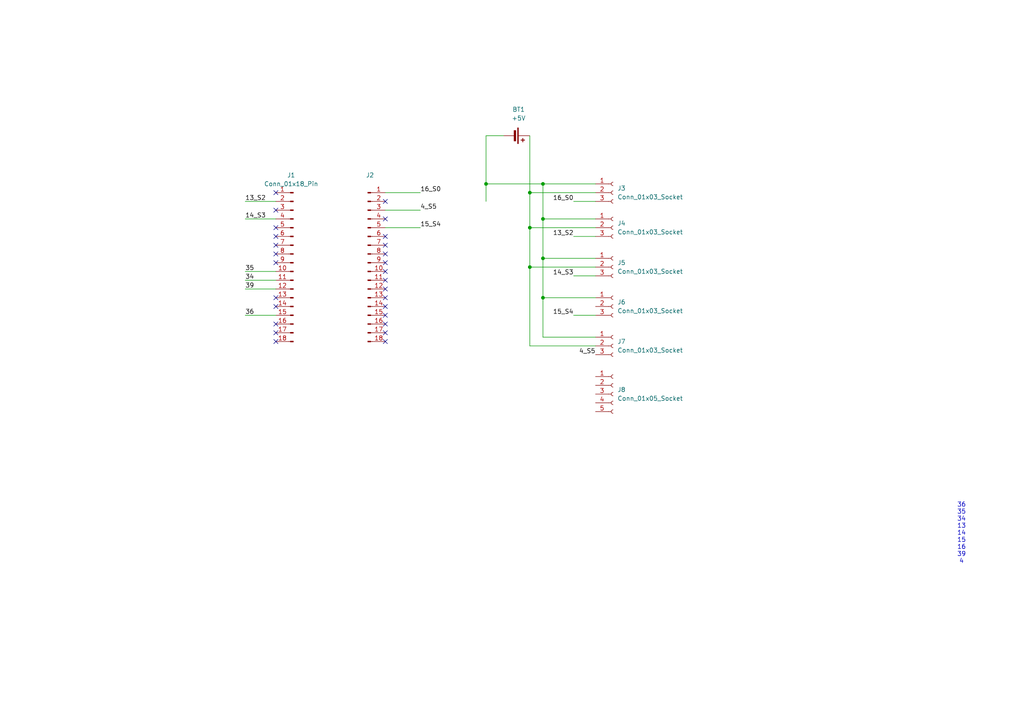
<source format=kicad_sch>
(kicad_sch
	(version 20231120)
	(generator "eeschema")
	(generator_version "8.0")
	(uuid "89b969ca-cc58-4060-8a32-812d2d7c047c")
	(paper "A4")
	(lib_symbols
		(symbol "Connector:Conn_01x03_Socket"
			(pin_names
				(offset 1.016) hide)
			(exclude_from_sim no)
			(in_bom yes)
			(on_board yes)
			(property "Reference" "J"
				(at 0 5.08 0)
				(effects
					(font
						(size 1.27 1.27)
					)
				)
			)
			(property "Value" "Conn_01x03_Socket"
				(at 0 -5.08 0)
				(effects
					(font
						(size 1.27 1.27)
					)
				)
			)
			(property "Footprint" ""
				(at 0 0 0)
				(effects
					(font
						(size 1.27 1.27)
					)
					(hide yes)
				)
			)
			(property "Datasheet" "~"
				(at 0 0 0)
				(effects
					(font
						(size 1.27 1.27)
					)
					(hide yes)
				)
			)
			(property "Description" "Generic connector, single row, 01x03, script generated"
				(at 0 0 0)
				(effects
					(font
						(size 1.27 1.27)
					)
					(hide yes)
				)
			)
			(property "ki_locked" ""
				(at 0 0 0)
				(effects
					(font
						(size 1.27 1.27)
					)
				)
			)
			(property "ki_keywords" "connector"
				(at 0 0 0)
				(effects
					(font
						(size 1.27 1.27)
					)
					(hide yes)
				)
			)
			(property "ki_fp_filters" "Connector*:*_1x??_*"
				(at 0 0 0)
				(effects
					(font
						(size 1.27 1.27)
					)
					(hide yes)
				)
			)
			(symbol "Conn_01x03_Socket_1_1"
				(arc
					(start 0 -2.032)
					(mid -0.5058 -2.54)
					(end 0 -3.048)
					(stroke
						(width 0.1524)
						(type default)
					)
					(fill
						(type none)
					)
				)
				(polyline
					(pts
						(xy -1.27 -2.54) (xy -0.508 -2.54)
					)
					(stroke
						(width 0.1524)
						(type default)
					)
					(fill
						(type none)
					)
				)
				(polyline
					(pts
						(xy -1.27 0) (xy -0.508 0)
					)
					(stroke
						(width 0.1524)
						(type default)
					)
					(fill
						(type none)
					)
				)
				(polyline
					(pts
						(xy -1.27 2.54) (xy -0.508 2.54)
					)
					(stroke
						(width 0.1524)
						(type default)
					)
					(fill
						(type none)
					)
				)
				(arc
					(start 0 0.508)
					(mid -0.5058 0)
					(end 0 -0.508)
					(stroke
						(width 0.1524)
						(type default)
					)
					(fill
						(type none)
					)
				)
				(arc
					(start 0 3.048)
					(mid -0.5058 2.54)
					(end 0 2.032)
					(stroke
						(width 0.1524)
						(type default)
					)
					(fill
						(type none)
					)
				)
				(pin passive line
					(at -5.08 2.54 0)
					(length 3.81)
					(name "Pin_1"
						(effects
							(font
								(size 1.27 1.27)
							)
						)
					)
					(number "1"
						(effects
							(font
								(size 1.27 1.27)
							)
						)
					)
				)
				(pin passive line
					(at -5.08 0 0)
					(length 3.81)
					(name "Pin_2"
						(effects
							(font
								(size 1.27 1.27)
							)
						)
					)
					(number "2"
						(effects
							(font
								(size 1.27 1.27)
							)
						)
					)
				)
				(pin passive line
					(at -5.08 -2.54 0)
					(length 3.81)
					(name "Pin_3"
						(effects
							(font
								(size 1.27 1.27)
							)
						)
					)
					(number "3"
						(effects
							(font
								(size 1.27 1.27)
							)
						)
					)
				)
			)
		)
		(symbol "Connector:Conn_01x05_Socket"
			(pin_names
				(offset 1.016) hide)
			(exclude_from_sim no)
			(in_bom yes)
			(on_board yes)
			(property "Reference" "J"
				(at 0 7.62 0)
				(effects
					(font
						(size 1.27 1.27)
					)
				)
			)
			(property "Value" "Conn_01x05_Socket"
				(at 0 -7.62 0)
				(effects
					(font
						(size 1.27 1.27)
					)
				)
			)
			(property "Footprint" ""
				(at 0 0 0)
				(effects
					(font
						(size 1.27 1.27)
					)
					(hide yes)
				)
			)
			(property "Datasheet" "~"
				(at 0 0 0)
				(effects
					(font
						(size 1.27 1.27)
					)
					(hide yes)
				)
			)
			(property "Description" "Generic connector, single row, 01x05, script generated"
				(at 0 0 0)
				(effects
					(font
						(size 1.27 1.27)
					)
					(hide yes)
				)
			)
			(property "ki_locked" ""
				(at 0 0 0)
				(effects
					(font
						(size 1.27 1.27)
					)
				)
			)
			(property "ki_keywords" "connector"
				(at 0 0 0)
				(effects
					(font
						(size 1.27 1.27)
					)
					(hide yes)
				)
			)
			(property "ki_fp_filters" "Connector*:*_1x??_*"
				(at 0 0 0)
				(effects
					(font
						(size 1.27 1.27)
					)
					(hide yes)
				)
			)
			(symbol "Conn_01x05_Socket_1_1"
				(arc
					(start 0 -4.572)
					(mid -0.5058 -5.08)
					(end 0 -5.588)
					(stroke
						(width 0.1524)
						(type default)
					)
					(fill
						(type none)
					)
				)
				(arc
					(start 0 -2.032)
					(mid -0.5058 -2.54)
					(end 0 -3.048)
					(stroke
						(width 0.1524)
						(type default)
					)
					(fill
						(type none)
					)
				)
				(polyline
					(pts
						(xy -1.27 -5.08) (xy -0.508 -5.08)
					)
					(stroke
						(width 0.1524)
						(type default)
					)
					(fill
						(type none)
					)
				)
				(polyline
					(pts
						(xy -1.27 -2.54) (xy -0.508 -2.54)
					)
					(stroke
						(width 0.1524)
						(type default)
					)
					(fill
						(type none)
					)
				)
				(polyline
					(pts
						(xy -1.27 0) (xy -0.508 0)
					)
					(stroke
						(width 0.1524)
						(type default)
					)
					(fill
						(type none)
					)
				)
				(polyline
					(pts
						(xy -1.27 2.54) (xy -0.508 2.54)
					)
					(stroke
						(width 0.1524)
						(type default)
					)
					(fill
						(type none)
					)
				)
				(polyline
					(pts
						(xy -1.27 5.08) (xy -0.508 5.08)
					)
					(stroke
						(width 0.1524)
						(type default)
					)
					(fill
						(type none)
					)
				)
				(arc
					(start 0 0.508)
					(mid -0.5058 0)
					(end 0 -0.508)
					(stroke
						(width 0.1524)
						(type default)
					)
					(fill
						(type none)
					)
				)
				(arc
					(start 0 3.048)
					(mid -0.5058 2.54)
					(end 0 2.032)
					(stroke
						(width 0.1524)
						(type default)
					)
					(fill
						(type none)
					)
				)
				(arc
					(start 0 5.588)
					(mid -0.5058 5.08)
					(end 0 4.572)
					(stroke
						(width 0.1524)
						(type default)
					)
					(fill
						(type none)
					)
				)
				(pin passive line
					(at -5.08 5.08 0)
					(length 3.81)
					(name "Pin_1"
						(effects
							(font
								(size 1.27 1.27)
							)
						)
					)
					(number "1"
						(effects
							(font
								(size 1.27 1.27)
							)
						)
					)
				)
				(pin passive line
					(at -5.08 2.54 0)
					(length 3.81)
					(name "Pin_2"
						(effects
							(font
								(size 1.27 1.27)
							)
						)
					)
					(number "2"
						(effects
							(font
								(size 1.27 1.27)
							)
						)
					)
				)
				(pin passive line
					(at -5.08 0 0)
					(length 3.81)
					(name "Pin_3"
						(effects
							(font
								(size 1.27 1.27)
							)
						)
					)
					(number "3"
						(effects
							(font
								(size 1.27 1.27)
							)
						)
					)
				)
				(pin passive line
					(at -5.08 -2.54 0)
					(length 3.81)
					(name "Pin_4"
						(effects
							(font
								(size 1.27 1.27)
							)
						)
					)
					(number "4"
						(effects
							(font
								(size 1.27 1.27)
							)
						)
					)
				)
				(pin passive line
					(at -5.08 -5.08 0)
					(length 3.81)
					(name "Pin_5"
						(effects
							(font
								(size 1.27 1.27)
							)
						)
					)
					(number "5"
						(effects
							(font
								(size 1.27 1.27)
							)
						)
					)
				)
			)
		)
		(symbol "Connector:Conn_01x18_Pin"
			(pin_names
				(offset 1.016) hide)
			(exclude_from_sim no)
			(in_bom yes)
			(on_board yes)
			(property "Reference" "J"
				(at 0 22.86 0)
				(effects
					(font
						(size 1.27 1.27)
					)
				)
			)
			(property "Value" "Conn_01x18_Pin"
				(at 0 -25.4 0)
				(effects
					(font
						(size 1.27 1.27)
					)
				)
			)
			(property "Footprint" ""
				(at 0 0 0)
				(effects
					(font
						(size 1.27 1.27)
					)
					(hide yes)
				)
			)
			(property "Datasheet" "~"
				(at 0 0 0)
				(effects
					(font
						(size 1.27 1.27)
					)
					(hide yes)
				)
			)
			(property "Description" "Generic connector, single row, 01x18, script generated"
				(at 0 0 0)
				(effects
					(font
						(size 1.27 1.27)
					)
					(hide yes)
				)
			)
			(property "ki_locked" ""
				(at 0 0 0)
				(effects
					(font
						(size 1.27 1.27)
					)
				)
			)
			(property "ki_keywords" "connector"
				(at 0 0 0)
				(effects
					(font
						(size 1.27 1.27)
					)
					(hide yes)
				)
			)
			(property "ki_fp_filters" "Connector*:*_1x??_*"
				(at 0 0 0)
				(effects
					(font
						(size 1.27 1.27)
					)
					(hide yes)
				)
			)
			(symbol "Conn_01x18_Pin_1_1"
				(polyline
					(pts
						(xy 1.27 -22.86) (xy 0.8636 -22.86)
					)
					(stroke
						(width 0.1524)
						(type default)
					)
					(fill
						(type none)
					)
				)
				(polyline
					(pts
						(xy 1.27 -20.32) (xy 0.8636 -20.32)
					)
					(stroke
						(width 0.1524)
						(type default)
					)
					(fill
						(type none)
					)
				)
				(polyline
					(pts
						(xy 1.27 -17.78) (xy 0.8636 -17.78)
					)
					(stroke
						(width 0.1524)
						(type default)
					)
					(fill
						(type none)
					)
				)
				(polyline
					(pts
						(xy 1.27 -15.24) (xy 0.8636 -15.24)
					)
					(stroke
						(width 0.1524)
						(type default)
					)
					(fill
						(type none)
					)
				)
				(polyline
					(pts
						(xy 1.27 -12.7) (xy 0.8636 -12.7)
					)
					(stroke
						(width 0.1524)
						(type default)
					)
					(fill
						(type none)
					)
				)
				(polyline
					(pts
						(xy 1.27 -10.16) (xy 0.8636 -10.16)
					)
					(stroke
						(width 0.1524)
						(type default)
					)
					(fill
						(type none)
					)
				)
				(polyline
					(pts
						(xy 1.27 -7.62) (xy 0.8636 -7.62)
					)
					(stroke
						(width 0.1524)
						(type default)
					)
					(fill
						(type none)
					)
				)
				(polyline
					(pts
						(xy 1.27 -5.08) (xy 0.8636 -5.08)
					)
					(stroke
						(width 0.1524)
						(type default)
					)
					(fill
						(type none)
					)
				)
				(polyline
					(pts
						(xy 1.27 -2.54) (xy 0.8636 -2.54)
					)
					(stroke
						(width 0.1524)
						(type default)
					)
					(fill
						(type none)
					)
				)
				(polyline
					(pts
						(xy 1.27 0) (xy 0.8636 0)
					)
					(stroke
						(width 0.1524)
						(type default)
					)
					(fill
						(type none)
					)
				)
				(polyline
					(pts
						(xy 1.27 2.54) (xy 0.8636 2.54)
					)
					(stroke
						(width 0.1524)
						(type default)
					)
					(fill
						(type none)
					)
				)
				(polyline
					(pts
						(xy 1.27 5.08) (xy 0.8636 5.08)
					)
					(stroke
						(width 0.1524)
						(type default)
					)
					(fill
						(type none)
					)
				)
				(polyline
					(pts
						(xy 1.27 7.62) (xy 0.8636 7.62)
					)
					(stroke
						(width 0.1524)
						(type default)
					)
					(fill
						(type none)
					)
				)
				(polyline
					(pts
						(xy 1.27 10.16) (xy 0.8636 10.16)
					)
					(stroke
						(width 0.1524)
						(type default)
					)
					(fill
						(type none)
					)
				)
				(polyline
					(pts
						(xy 1.27 12.7) (xy 0.8636 12.7)
					)
					(stroke
						(width 0.1524)
						(type default)
					)
					(fill
						(type none)
					)
				)
				(polyline
					(pts
						(xy 1.27 15.24) (xy 0.8636 15.24)
					)
					(stroke
						(width 0.1524)
						(type default)
					)
					(fill
						(type none)
					)
				)
				(polyline
					(pts
						(xy 1.27 17.78) (xy 0.8636 17.78)
					)
					(stroke
						(width 0.1524)
						(type default)
					)
					(fill
						(type none)
					)
				)
				(polyline
					(pts
						(xy 1.27 20.32) (xy 0.8636 20.32)
					)
					(stroke
						(width 0.1524)
						(type default)
					)
					(fill
						(type none)
					)
				)
				(rectangle
					(start 0.8636 -22.733)
					(end 0 -22.987)
					(stroke
						(width 0.1524)
						(type default)
					)
					(fill
						(type outline)
					)
				)
				(rectangle
					(start 0.8636 -20.193)
					(end 0 -20.447)
					(stroke
						(width 0.1524)
						(type default)
					)
					(fill
						(type outline)
					)
				)
				(rectangle
					(start 0.8636 -17.653)
					(end 0 -17.907)
					(stroke
						(width 0.1524)
						(type default)
					)
					(fill
						(type outline)
					)
				)
				(rectangle
					(start 0.8636 -15.113)
					(end 0 -15.367)
					(stroke
						(width 0.1524)
						(type default)
					)
					(fill
						(type outline)
					)
				)
				(rectangle
					(start 0.8636 -12.573)
					(end 0 -12.827)
					(stroke
						(width 0.1524)
						(type default)
					)
					(fill
						(type outline)
					)
				)
				(rectangle
					(start 0.8636 -10.033)
					(end 0 -10.287)
					(stroke
						(width 0.1524)
						(type default)
					)
					(fill
						(type outline)
					)
				)
				(rectangle
					(start 0.8636 -7.493)
					(end 0 -7.747)
					(stroke
						(width 0.1524)
						(type default)
					)
					(fill
						(type outline)
					)
				)
				(rectangle
					(start 0.8636 -4.953)
					(end 0 -5.207)
					(stroke
						(width 0.1524)
						(type default)
					)
					(fill
						(type outline)
					)
				)
				(rectangle
					(start 0.8636 -2.413)
					(end 0 -2.667)
					(stroke
						(width 0.1524)
						(type default)
					)
					(fill
						(type outline)
					)
				)
				(rectangle
					(start 0.8636 0.127)
					(end 0 -0.127)
					(stroke
						(width 0.1524)
						(type default)
					)
					(fill
						(type outline)
					)
				)
				(rectangle
					(start 0.8636 2.667)
					(end 0 2.413)
					(stroke
						(width 0.1524)
						(type default)
					)
					(fill
						(type outline)
					)
				)
				(rectangle
					(start 0.8636 5.207)
					(end 0 4.953)
					(stroke
						(width 0.1524)
						(type default)
					)
					(fill
						(type outline)
					)
				)
				(rectangle
					(start 0.8636 7.747)
					(end 0 7.493)
					(stroke
						(width 0.1524)
						(type default)
					)
					(fill
						(type outline)
					)
				)
				(rectangle
					(start 0.8636 10.287)
					(end 0 10.033)
					(stroke
						(width 0.1524)
						(type default)
					)
					(fill
						(type outline)
					)
				)
				(rectangle
					(start 0.8636 12.827)
					(end 0 12.573)
					(stroke
						(width 0.1524)
						(type default)
					)
					(fill
						(type outline)
					)
				)
				(rectangle
					(start 0.8636 15.367)
					(end 0 15.113)
					(stroke
						(width 0.1524)
						(type default)
					)
					(fill
						(type outline)
					)
				)
				(rectangle
					(start 0.8636 17.907)
					(end 0 17.653)
					(stroke
						(width 0.1524)
						(type default)
					)
					(fill
						(type outline)
					)
				)
				(rectangle
					(start 0.8636 20.447)
					(end 0 20.193)
					(stroke
						(width 0.1524)
						(type default)
					)
					(fill
						(type outline)
					)
				)
				(pin passive line
					(at 5.08 20.32 180)
					(length 3.81)
					(name "Pin_1"
						(effects
							(font
								(size 1.27 1.27)
							)
						)
					)
					(number "1"
						(effects
							(font
								(size 1.27 1.27)
							)
						)
					)
				)
				(pin passive line
					(at 5.08 -2.54 180)
					(length 3.81)
					(name "Pin_10"
						(effects
							(font
								(size 1.27 1.27)
							)
						)
					)
					(number "10"
						(effects
							(font
								(size 1.27 1.27)
							)
						)
					)
				)
				(pin passive line
					(at 5.08 -5.08 180)
					(length 3.81)
					(name "Pin_11"
						(effects
							(font
								(size 1.27 1.27)
							)
						)
					)
					(number "11"
						(effects
							(font
								(size 1.27 1.27)
							)
						)
					)
				)
				(pin passive line
					(at 5.08 -7.62 180)
					(length 3.81)
					(name "Pin_12"
						(effects
							(font
								(size 1.27 1.27)
							)
						)
					)
					(number "12"
						(effects
							(font
								(size 1.27 1.27)
							)
						)
					)
				)
				(pin passive line
					(at 5.08 -10.16 180)
					(length 3.81)
					(name "Pin_13"
						(effects
							(font
								(size 1.27 1.27)
							)
						)
					)
					(number "13"
						(effects
							(font
								(size 1.27 1.27)
							)
						)
					)
				)
				(pin passive line
					(at 5.08 -12.7 180)
					(length 3.81)
					(name "Pin_14"
						(effects
							(font
								(size 1.27 1.27)
							)
						)
					)
					(number "14"
						(effects
							(font
								(size 1.27 1.27)
							)
						)
					)
				)
				(pin passive line
					(at 5.08 -15.24 180)
					(length 3.81)
					(name "Pin_15"
						(effects
							(font
								(size 1.27 1.27)
							)
						)
					)
					(number "15"
						(effects
							(font
								(size 1.27 1.27)
							)
						)
					)
				)
				(pin passive line
					(at 5.08 -17.78 180)
					(length 3.81)
					(name "Pin_16"
						(effects
							(font
								(size 1.27 1.27)
							)
						)
					)
					(number "16"
						(effects
							(font
								(size 1.27 1.27)
							)
						)
					)
				)
				(pin passive line
					(at 5.08 -20.32 180)
					(length 3.81)
					(name "Pin_17"
						(effects
							(font
								(size 1.27 1.27)
							)
						)
					)
					(number "17"
						(effects
							(font
								(size 1.27 1.27)
							)
						)
					)
				)
				(pin passive line
					(at 5.08 -22.86 180)
					(length 3.81)
					(name "Pin_18"
						(effects
							(font
								(size 1.27 1.27)
							)
						)
					)
					(number "18"
						(effects
							(font
								(size 1.27 1.27)
							)
						)
					)
				)
				(pin passive line
					(at 5.08 17.78 180)
					(length 3.81)
					(name "Pin_2"
						(effects
							(font
								(size 1.27 1.27)
							)
						)
					)
					(number "2"
						(effects
							(font
								(size 1.27 1.27)
							)
						)
					)
				)
				(pin passive line
					(at 5.08 15.24 180)
					(length 3.81)
					(name "Pin_3"
						(effects
							(font
								(size 1.27 1.27)
							)
						)
					)
					(number "3"
						(effects
							(font
								(size 1.27 1.27)
							)
						)
					)
				)
				(pin passive line
					(at 5.08 12.7 180)
					(length 3.81)
					(name "Pin_4"
						(effects
							(font
								(size 1.27 1.27)
							)
						)
					)
					(number "4"
						(effects
							(font
								(size 1.27 1.27)
							)
						)
					)
				)
				(pin passive line
					(at 5.08 10.16 180)
					(length 3.81)
					(name "Pin_5"
						(effects
							(font
								(size 1.27 1.27)
							)
						)
					)
					(number "5"
						(effects
							(font
								(size 1.27 1.27)
							)
						)
					)
				)
				(pin passive line
					(at 5.08 7.62 180)
					(length 3.81)
					(name "Pin_6"
						(effects
							(font
								(size 1.27 1.27)
							)
						)
					)
					(number "6"
						(effects
							(font
								(size 1.27 1.27)
							)
						)
					)
				)
				(pin passive line
					(at 5.08 5.08 180)
					(length 3.81)
					(name "Pin_7"
						(effects
							(font
								(size 1.27 1.27)
							)
						)
					)
					(number "7"
						(effects
							(font
								(size 1.27 1.27)
							)
						)
					)
				)
				(pin passive line
					(at 5.08 2.54 180)
					(length 3.81)
					(name "Pin_8"
						(effects
							(font
								(size 1.27 1.27)
							)
						)
					)
					(number "8"
						(effects
							(font
								(size 1.27 1.27)
							)
						)
					)
				)
				(pin passive line
					(at 5.08 0 180)
					(length 3.81)
					(name "Pin_9"
						(effects
							(font
								(size 1.27 1.27)
							)
						)
					)
					(number "9"
						(effects
							(font
								(size 1.27 1.27)
							)
						)
					)
				)
			)
		)
		(symbol "Device:Battery_Cell"
			(pin_numbers hide)
			(pin_names
				(offset 0) hide)
			(exclude_from_sim no)
			(in_bom yes)
			(on_board yes)
			(property "Reference" "BT"
				(at 2.54 2.54 0)
				(effects
					(font
						(size 1.27 1.27)
					)
					(justify left)
				)
			)
			(property "Value" "Battery_Cell"
				(at 2.54 0 0)
				(effects
					(font
						(size 1.27 1.27)
					)
					(justify left)
				)
			)
			(property "Footprint" ""
				(at 0 1.524 90)
				(effects
					(font
						(size 1.27 1.27)
					)
					(hide yes)
				)
			)
			(property "Datasheet" "~"
				(at 0 1.524 90)
				(effects
					(font
						(size 1.27 1.27)
					)
					(hide yes)
				)
			)
			(property "Description" "Single-cell battery"
				(at 0 0 0)
				(effects
					(font
						(size 1.27 1.27)
					)
					(hide yes)
				)
			)
			(property "ki_keywords" "battery cell"
				(at 0 0 0)
				(effects
					(font
						(size 1.27 1.27)
					)
					(hide yes)
				)
			)
			(symbol "Battery_Cell_0_1"
				(rectangle
					(start -2.286 1.778)
					(end 2.286 1.524)
					(stroke
						(width 0)
						(type default)
					)
					(fill
						(type outline)
					)
				)
				(rectangle
					(start -1.524 1.016)
					(end 1.524 0.508)
					(stroke
						(width 0)
						(type default)
					)
					(fill
						(type outline)
					)
				)
				(polyline
					(pts
						(xy 0 0.762) (xy 0 0)
					)
					(stroke
						(width 0)
						(type default)
					)
					(fill
						(type none)
					)
				)
				(polyline
					(pts
						(xy 0 1.778) (xy 0 2.54)
					)
					(stroke
						(width 0)
						(type default)
					)
					(fill
						(type none)
					)
				)
				(polyline
					(pts
						(xy 0.762 3.048) (xy 1.778 3.048)
					)
					(stroke
						(width 0.254)
						(type default)
					)
					(fill
						(type none)
					)
				)
				(polyline
					(pts
						(xy 1.27 3.556) (xy 1.27 2.54)
					)
					(stroke
						(width 0.254)
						(type default)
					)
					(fill
						(type none)
					)
				)
			)
			(symbol "Battery_Cell_1_1"
				(pin passive line
					(at 0 5.08 270)
					(length 2.54)
					(name "+"
						(effects
							(font
								(size 1.27 1.27)
							)
						)
					)
					(number "1"
						(effects
							(font
								(size 1.27 1.27)
							)
						)
					)
				)
				(pin passive line
					(at 0 -2.54 90)
					(length 2.54)
					(name "-"
						(effects
							(font
								(size 1.27 1.27)
							)
						)
					)
					(number "2"
						(effects
							(font
								(size 1.27 1.27)
							)
						)
					)
				)
			)
		)
	)
	(junction
		(at 140.97 53.34)
		(diameter 0)
		(color 0 0 0 0)
		(uuid "315b7fc8-2203-4d27-9ce1-a2ce012512a4")
	)
	(junction
		(at 153.67 66.04)
		(diameter 0)
		(color 0 0 0 0)
		(uuid "47f46678-dda8-4947-b497-26084f2dc085")
	)
	(junction
		(at 153.67 55.88)
		(diameter 0)
		(color 0 0 0 0)
		(uuid "5b6b43da-5bd7-41d0-a307-8ae8a88e947b")
	)
	(junction
		(at 157.48 53.34)
		(diameter 0)
		(color 0 0 0 0)
		(uuid "5f838f70-f3a0-4064-9457-67bdc63a506d")
	)
	(junction
		(at 157.48 63.5)
		(diameter 0)
		(color 0 0 0 0)
		(uuid "83e30a8f-b6c1-4ed3-b5c3-dc477fafc2a5")
	)
	(junction
		(at 157.48 86.36)
		(diameter 0)
		(color 0 0 0 0)
		(uuid "a243f001-ced9-4fef-9ff4-cc1710ff852f")
	)
	(junction
		(at 153.67 77.47)
		(diameter 0)
		(color 0 0 0 0)
		(uuid "c8eeec69-086f-4c08-8d5d-3ee70580e774")
	)
	(junction
		(at 157.48 74.93)
		(diameter 0)
		(color 0 0 0 0)
		(uuid "c9b205d5-45bd-4e35-bb78-5c41e124388d")
	)
	(no_connect
		(at 80.01 86.36)
		(uuid "1bf71c33-9e24-4cfd-b64b-b26bdc225076")
	)
	(no_connect
		(at 80.01 73.66)
		(uuid "27c79d99-364c-4bb4-a220-f2cd41a75479")
	)
	(no_connect
		(at 80.01 55.88)
		(uuid "32fdc8dc-9e80-4ef5-9145-0445e7f9563f")
	)
	(no_connect
		(at 111.76 86.36)
		(uuid "3c236eba-0c66-4335-9cb6-4ed92f2e4a8d")
	)
	(no_connect
		(at 111.76 73.66)
		(uuid "40cab73a-461c-43c1-b4e5-98da17ac1c31")
	)
	(no_connect
		(at 80.01 93.98)
		(uuid "46e1551d-68e5-4700-ae26-f0d6c16f9b1f")
	)
	(no_connect
		(at 111.76 83.82)
		(uuid "58e5a03f-9e08-4126-901d-b8fc66b58add")
	)
	(no_connect
		(at 80.01 66.04)
		(uuid "5b02f8b1-aab3-495c-b11c-33d577ad7fcd")
	)
	(no_connect
		(at 111.76 68.58)
		(uuid "5e336a1f-68b7-43f7-adcb-97f3d1dbd299")
	)
	(no_connect
		(at 80.01 96.52)
		(uuid "7047d357-9ffa-4585-9ab4-5a0d903a0c20")
	)
	(no_connect
		(at 111.76 99.06)
		(uuid "7a5f83f1-4588-4ad0-bced-7840b78e1a18")
	)
	(no_connect
		(at 111.76 63.5)
		(uuid "7d461959-bd57-44a9-9cf8-8083256503e4")
	)
	(no_connect
		(at 111.76 91.44)
		(uuid "80ab22dd-f04f-4255-8b0f-6bd43442d266")
	)
	(no_connect
		(at 80.01 76.2)
		(uuid "82e1097e-1d80-4d47-9dfa-36e62a4ac39b")
	)
	(no_connect
		(at 80.01 99.06)
		(uuid "83d9d776-ce27-42b2-980b-385e22a8a14d")
	)
	(no_connect
		(at 80.01 71.12)
		(uuid "88d0dcbd-954e-4d10-81b4-7944734ffa62")
	)
	(no_connect
		(at 111.76 88.9)
		(uuid "8fc64295-45a8-4f6d-ba99-b7ce324bfd0c")
	)
	(no_connect
		(at 111.76 81.28)
		(uuid "90eb22d1-96f8-4cde-a1e6-f815fcd3669c")
	)
	(no_connect
		(at 111.76 71.12)
		(uuid "9ac105ab-f610-4725-bbf0-180106df3329")
	)
	(no_connect
		(at 111.76 78.74)
		(uuid "a2264d22-e1c5-4962-8c22-8345b2fd4c08")
	)
	(no_connect
		(at 111.76 93.98)
		(uuid "bea51221-b210-4e25-a47a-a1fbe9a895e2")
	)
	(no_connect
		(at 111.76 96.52)
		(uuid "c302a207-83ec-40ed-8975-7198a57bb36c")
	)
	(no_connect
		(at 111.76 58.42)
		(uuid "c4789312-6480-48c5-9a1a-257e42904d3c")
	)
	(no_connect
		(at 80.01 60.96)
		(uuid "f07ece53-d5ac-4a85-bf79-6a80b3f4ae75")
	)
	(no_connect
		(at 111.76 76.2)
		(uuid "f412f49e-2a23-4c97-9694-a6ac49bcac17")
	)
	(no_connect
		(at 80.01 68.58)
		(uuid "fb6c0e7b-eccf-4dc5-94ef-81b026f523ad")
	)
	(no_connect
		(at 80.01 88.9)
		(uuid "fd1a20ba-710b-418e-9707-66ae0f2f4282")
	)
	(wire
		(pts
			(xy 153.67 66.04) (xy 172.72 66.04)
		)
		(stroke
			(width 0)
			(type default)
		)
		(uuid "130a09bb-0d0c-4541-9800-a0845b241836")
	)
	(wire
		(pts
			(xy 71.12 81.28) (xy 80.01 81.28)
		)
		(stroke
			(width 0)
			(type default)
		)
		(uuid "1d7133d0-8f49-42b2-bb81-355b501ebf63")
	)
	(wire
		(pts
			(xy 146.05 39.37) (xy 140.97 39.37)
		)
		(stroke
			(width 0)
			(type default)
		)
		(uuid "1eff59d2-f90c-41d8-bae5-9da80fd0fc23")
	)
	(wire
		(pts
			(xy 140.97 39.37) (xy 140.97 53.34)
		)
		(stroke
			(width 0)
			(type default)
		)
		(uuid "27f60b33-6bea-41a3-af03-e285dcdf8f6a")
	)
	(wire
		(pts
			(xy 111.76 66.04) (xy 121.92 66.04)
		)
		(stroke
			(width 0)
			(type default)
		)
		(uuid "29fbf429-386b-467a-86e2-edcbf7a72263")
	)
	(wire
		(pts
			(xy 157.48 74.93) (xy 157.48 86.36)
		)
		(stroke
			(width 0)
			(type default)
		)
		(uuid "2f070e21-2547-4005-b4ec-d3122561febc")
	)
	(wire
		(pts
			(xy 157.48 74.93) (xy 172.72 74.93)
		)
		(stroke
			(width 0)
			(type default)
		)
		(uuid "2f9b7d50-23e1-4066-918d-54010f7ab816")
	)
	(wire
		(pts
			(xy 153.67 100.33) (xy 153.67 77.47)
		)
		(stroke
			(width 0)
			(type default)
		)
		(uuid "3424de7f-5f63-49da-bef3-8a1e9c67892e")
	)
	(wire
		(pts
			(xy 157.48 97.79) (xy 172.72 97.79)
		)
		(stroke
			(width 0)
			(type default)
		)
		(uuid "4fb8aac6-39cb-4a84-9606-e3c2adc8e6d6")
	)
	(wire
		(pts
			(xy 166.37 68.58) (xy 172.72 68.58)
		)
		(stroke
			(width 0)
			(type default)
		)
		(uuid "5c6d45a8-7088-4932-bf98-46997b3b6d55")
	)
	(wire
		(pts
			(xy 71.12 83.82) (xy 80.01 83.82)
		)
		(stroke
			(width 0)
			(type default)
		)
		(uuid "65774324-2727-456b-96e5-f31e84430cf7")
	)
	(wire
		(pts
			(xy 157.48 53.34) (xy 157.48 63.5)
		)
		(stroke
			(width 0)
			(type default)
		)
		(uuid "65cf98c4-370a-41c4-90be-92e7f9d2e09e")
	)
	(wire
		(pts
			(xy 172.72 53.34) (xy 157.48 53.34)
		)
		(stroke
			(width 0)
			(type default)
		)
		(uuid "6b548cc3-9613-4dc9-bb5c-7d62c1c86d52")
	)
	(wire
		(pts
			(xy 71.12 91.44) (xy 80.01 91.44)
		)
		(stroke
			(width 0)
			(type default)
		)
		(uuid "73f89397-4c79-4bb4-b87d-3df24e211445")
	)
	(wire
		(pts
			(xy 157.48 53.34) (xy 140.97 53.34)
		)
		(stroke
			(width 0)
			(type default)
		)
		(uuid "771cedd6-9e6e-4b52-b8d8-07ac6512a4fc")
	)
	(wire
		(pts
			(xy 153.67 66.04) (xy 153.67 55.88)
		)
		(stroke
			(width 0)
			(type default)
		)
		(uuid "7b4152e4-5990-4424-9daf-f1f304f85589")
	)
	(wire
		(pts
			(xy 172.72 55.88) (xy 153.67 55.88)
		)
		(stroke
			(width 0)
			(type default)
		)
		(uuid "7cbd7b28-cccf-438e-87e8-e4cc5e4d343f")
	)
	(wire
		(pts
			(xy 157.48 86.36) (xy 172.72 86.36)
		)
		(stroke
			(width 0)
			(type default)
		)
		(uuid "82ff5dee-1c7b-4b60-acbd-717d3ba59832")
	)
	(wire
		(pts
			(xy 157.48 63.5) (xy 157.48 74.93)
		)
		(stroke
			(width 0)
			(type default)
		)
		(uuid "89ac6da1-0782-4014-a19a-6cd805eb784a")
	)
	(wire
		(pts
			(xy 153.67 39.37) (xy 153.67 55.88)
		)
		(stroke
			(width 0)
			(type default)
		)
		(uuid "97f6fa4c-229d-4ce0-a79d-2ca4c39f414d")
	)
	(wire
		(pts
			(xy 71.12 78.74) (xy 80.01 78.74)
		)
		(stroke
			(width 0)
			(type default)
		)
		(uuid "a2548c71-c75d-435e-bb7e-6c5d1893989b")
	)
	(wire
		(pts
			(xy 111.76 60.96) (xy 121.92 60.96)
		)
		(stroke
			(width 0)
			(type default)
		)
		(uuid "aaa2b1d9-c8ae-44dd-b76e-d43e9a6c3a2e")
	)
	(wire
		(pts
			(xy 157.48 63.5) (xy 172.72 63.5)
		)
		(stroke
			(width 0)
			(type default)
		)
		(uuid "bdf75f11-eb91-473a-b999-fad21237ad4d")
	)
	(wire
		(pts
			(xy 71.12 63.5) (xy 80.01 63.5)
		)
		(stroke
			(width 0)
			(type default)
		)
		(uuid "c57fa6a1-3b4a-412c-ad40-c126b18d2657")
	)
	(wire
		(pts
			(xy 166.37 91.44) (xy 172.72 91.44)
		)
		(stroke
			(width 0)
			(type default)
		)
		(uuid "c8cc9445-be62-4e63-9d36-967f001e6de3")
	)
	(wire
		(pts
			(xy 153.67 77.47) (xy 172.72 77.47)
		)
		(stroke
			(width 0)
			(type default)
		)
		(uuid "ca8faed2-3543-46ee-9a68-d86013aa8816")
	)
	(wire
		(pts
			(xy 71.12 58.42) (xy 80.01 58.42)
		)
		(stroke
			(width 0)
			(type default)
		)
		(uuid "ce0f0709-31a9-40ef-bb86-2203e6f3f0e5")
	)
	(wire
		(pts
			(xy 140.97 53.34) (xy 140.97 58.42)
		)
		(stroke
			(width 0)
			(type default)
		)
		(uuid "e881d729-eb40-4bce-b74c-b8d5fd00d3ea")
	)
	(wire
		(pts
			(xy 172.72 100.33) (xy 153.67 100.33)
		)
		(stroke
			(width 0)
			(type default)
		)
		(uuid "eb203528-05bb-42e3-a07b-137bd4289f96")
	)
	(wire
		(pts
			(xy 157.48 86.36) (xy 157.48 97.79)
		)
		(stroke
			(width 0)
			(type default)
		)
		(uuid "ed4e192e-e54d-43c0-ad89-384bb74e502c")
	)
	(wire
		(pts
			(xy 166.37 80.01) (xy 172.72 80.01)
		)
		(stroke
			(width 0)
			(type default)
		)
		(uuid "ee09d89e-6e1c-4e97-84ec-8dddde341fc9")
	)
	(wire
		(pts
			(xy 153.67 77.47) (xy 153.67 66.04)
		)
		(stroke
			(width 0)
			(type default)
		)
		(uuid "f1919cfb-ddfc-4da0-8145-185e48cc99c6")
	)
	(wire
		(pts
			(xy 166.37 58.42) (xy 172.72 58.42)
		)
		(stroke
			(width 0)
			(type default)
		)
		(uuid "f67fdd47-636d-4795-8e59-60f27686dc75")
	)
	(wire
		(pts
			(xy 111.76 55.88) (xy 121.92 55.88)
		)
		(stroke
			(width 0)
			(type default)
		)
		(uuid "fdaeadc8-771a-4407-abfb-aa59188a51e5")
	)
	(text "36\n35\n34\n13\n14\n15\n16\n39\n4\n"
		(exclude_from_sim no)
		(at 278.892 154.686 0)
		(effects
			(font
				(size 1.27 1.27)
			)
		)
		(uuid "2335f2f1-616d-4279-bfbb-3f58f29e8053")
	)
	(label "16_S0"
		(at 121.92 55.88 0)
		(fields_autoplaced yes)
		(effects
			(font
				(size 1.27 1.27)
			)
			(justify left bottom)
		)
		(uuid "0004d861-d7e3-415c-a47f-98b1eaaafaaa")
	)
	(label "16_S0"
		(at 166.37 58.42 180)
		(fields_autoplaced yes)
		(effects
			(font
				(size 1.27 1.27)
			)
			(justify right bottom)
		)
		(uuid "1caf309d-1d3b-4955-9301-108c94a47cd7")
	)
	(label "39"
		(at 71.12 83.82 0)
		(fields_autoplaced yes)
		(effects
			(font
				(size 1.27 1.27)
			)
			(justify left bottom)
		)
		(uuid "43015b9d-3499-4c42-afd5-da013418c681")
	)
	(label "15_S4"
		(at 121.92 66.04 0)
		(fields_autoplaced yes)
		(effects
			(font
				(size 1.27 1.27)
			)
			(justify left bottom)
		)
		(uuid "471231b1-9969-434c-ad89-67b705a762e8")
	)
	(label "36"
		(at 71.12 91.44 0)
		(fields_autoplaced yes)
		(effects
			(font
				(size 1.27 1.27)
			)
			(justify left bottom)
		)
		(uuid "75769edf-46bc-4dca-9832-98f30440fcb0")
	)
	(label "13_S2"
		(at 71.12 58.42 0)
		(fields_autoplaced yes)
		(effects
			(font
				(size 1.27 1.27)
			)
			(justify left bottom)
		)
		(uuid "b0f35ed0-364e-4a9b-b291-516095fb964d")
	)
	(label "4_S5"
		(at 121.92 60.96 0)
		(fields_autoplaced yes)
		(effects
			(font
				(size 1.27 1.27)
			)
			(justify left bottom)
		)
		(uuid "b1b00550-9289-43a9-859c-540bfb16054a")
	)
	(label "4_S5"
		(at 172.72 102.87 180)
		(fields_autoplaced yes)
		(effects
			(font
				(size 1.27 1.27)
			)
			(justify right bottom)
		)
		(uuid "bb41868a-17e4-4c07-84b0-4214d85f27e1")
	)
	(label "14_S3"
		(at 71.12 63.5 0)
		(fields_autoplaced yes)
		(effects
			(font
				(size 1.27 1.27)
			)
			(justify left bottom)
		)
		(uuid "bd65c68f-4677-42d9-ba82-a2513d0f023f")
	)
	(label "35"
		(at 71.12 78.74 0)
		(fields_autoplaced yes)
		(effects
			(font
				(size 1.27 1.27)
			)
			(justify left bottom)
		)
		(uuid "e4fff383-60c2-4270-b531-dba5ae26dc7a")
	)
	(label "13_S2"
		(at 166.37 68.58 180)
		(fields_autoplaced yes)
		(effects
			(font
				(size 1.27 1.27)
			)
			(justify right bottom)
		)
		(uuid "e551a0b7-36c9-42bd-8f57-d17e6097890c")
	)
	(label "14_S3"
		(at 166.37 80.01 180)
		(fields_autoplaced yes)
		(effects
			(font
				(size 1.27 1.27)
			)
			(justify right bottom)
		)
		(uuid "e6a423e9-bd5b-4d17-8a28-90c2b536f4ad")
	)
	(label "15_S4"
		(at 166.37 91.44 180)
		(fields_autoplaced yes)
		(effects
			(font
				(size 1.27 1.27)
			)
			(justify right bottom)
		)
		(uuid "e8ae2d15-2382-48aa-b039-c90c9003c5f1")
	)
	(label "34"
		(at 71.12 81.28 0)
		(fields_autoplaced yes)
		(effects
			(font
				(size 1.27 1.27)
			)
			(justify left bottom)
		)
		(uuid "f8d06b14-0947-4ac8-b0e6-343b09fd8231")
	)
	(symbol
		(lib_id "Connector:Conn_01x18_Pin")
		(at 106.68 76.2 0)
		(unit 1)
		(exclude_from_sim no)
		(in_bom yes)
		(on_board yes)
		(dnp no)
		(fields_autoplaced yes)
		(uuid "148842ce-deb5-45b9-8db0-c4ede07374a5")
		(property "Reference" "J2"
			(at 107.315 50.8 0)
			(effects
				(font
					(size 1.27 1.27)
				)
			)
		)
		(property "Value" "Conn_01x18_Pin"
			(at 107.315 53.34 0)
			(effects
				(font
					(size 1.27 1.27)
				)
				(hide yes)
			)
		)
		(property "Footprint" "Connector_PinHeader_2.54mm:PinHeader_1x18_P2.54mm_Vertical"
			(at 106.68 76.2 0)
			(effects
				(font
					(size 1.27 1.27)
				)
				(hide yes)
			)
		)
		(property "Datasheet" "~"
			(at 106.68 76.2 0)
			(effects
				(font
					(size 1.27 1.27)
				)
				(hide yes)
			)
		)
		(property "Description" "Generic connector, single row, 01x18, script generated"
			(at 106.68 76.2 0)
			(effects
				(font
					(size 1.27 1.27)
				)
				(hide yes)
			)
		)
		(pin "16"
			(uuid "7384297e-39fb-4a1c-b16b-2cf518c06f44")
		)
		(pin "17"
			(uuid "1557ec82-9491-4bc2-96e0-84fb84e134fa")
		)
		(pin "9"
			(uuid "5700c5a9-ad43-4572-bedc-729ed83816f1")
		)
		(pin "10"
			(uuid "05a9a0cf-a95d-4d7e-8f4b-bf48f49c1c85")
		)
		(pin "13"
			(uuid "d4a6c2bd-c1ea-4f00-9271-28cd10471356")
		)
		(pin "1"
			(uuid "e037f213-77ba-4bda-a601-79fc5f1eca54")
		)
		(pin "11"
			(uuid "2569a3d1-01e2-46d9-bb73-16e3da7780a9")
		)
		(pin "8"
			(uuid "374997f0-a20b-4da1-b4d6-4d5d8115b65b")
		)
		(pin "14"
			(uuid "419c750e-c165-4ed8-9b69-08e9cb8ebb38")
		)
		(pin "15"
			(uuid "64212141-b96a-46f1-ab2d-0450041e0aba")
		)
		(pin "7"
			(uuid "6f437e61-e8a7-4f21-9ba0-dc49a167c76e")
		)
		(pin "6"
			(uuid "39d24d58-f401-4c33-b5e4-48e7bb370efc")
		)
		(pin "3"
			(uuid "2fe8393b-a843-42de-9322-4d84985f3aa7")
		)
		(pin "5"
			(uuid "b5deeadc-556b-4853-913e-569e30b79b5f")
		)
		(pin "18"
			(uuid "8154a71c-dbb1-451e-88d0-d9cf03b9df9d")
		)
		(pin "12"
			(uuid "944f0207-d6bd-42e1-a105-01adff228188")
		)
		(pin "2"
			(uuid "2bd82b96-bdf2-467b-9c83-1a69a5638f3d")
		)
		(pin "4"
			(uuid "2412edd5-1cb3-445f-8d79-d0768568871d")
		)
		(instances
			(project "carte_robo"
				(path "/89b969ca-cc58-4060-8a32-812d2d7c047c"
					(reference "J2")
					(unit 1)
				)
			)
		)
	)
	(symbol
		(lib_id "Connector:Conn_01x03_Socket")
		(at 177.8 100.33 0)
		(unit 1)
		(exclude_from_sim no)
		(in_bom yes)
		(on_board yes)
		(dnp no)
		(fields_autoplaced yes)
		(uuid "150d550b-123f-4842-9dfa-27722ccf1dba")
		(property "Reference" "J7"
			(at 179.07 99.0599 0)
			(effects
				(font
					(size 1.27 1.27)
				)
				(justify left)
			)
		)
		(property "Value" "Conn_01x03_Socket"
			(at 179.07 101.5999 0)
			(effects
				(font
					(size 1.27 1.27)
				)
				(justify left)
			)
		)
		(property "Footprint" "Connector_PinHeader_2.54mm:PinHeader_1x03_P2.54mm_Vertical"
			(at 177.8 100.33 0)
			(effects
				(font
					(size 1.27 1.27)
				)
				(hide yes)
			)
		)
		(property "Datasheet" "~"
			(at 177.8 100.33 0)
			(effects
				(font
					(size 1.27 1.27)
				)
				(hide yes)
			)
		)
		(property "Description" "Generic connector, single row, 01x03, script generated"
			(at 177.8 100.33 0)
			(effects
				(font
					(size 1.27 1.27)
				)
				(hide yes)
			)
		)
		(pin "2"
			(uuid "df72f8b9-5e15-4231-8c0d-984e88da4c84")
		)
		(pin "1"
			(uuid "affcbc42-e2de-4721-8c1f-06717b241563")
		)
		(pin "3"
			(uuid "8e6ff312-2055-40a6-b149-8822d09e9fd2")
		)
		(instances
			(project "carte_robo"
				(path "/89b969ca-cc58-4060-8a32-812d2d7c047c"
					(reference "J7")
					(unit 1)
				)
			)
		)
	)
	(symbol
		(lib_id "Connector:Conn_01x18_Pin")
		(at 85.09 76.2 0)
		(mirror y)
		(unit 1)
		(exclude_from_sim no)
		(in_bom yes)
		(on_board yes)
		(dnp no)
		(fields_autoplaced yes)
		(uuid "63134711-abfb-447f-811d-f97367cd66cb")
		(property "Reference" "J1"
			(at 84.455 50.8 0)
			(effects
				(font
					(size 1.27 1.27)
				)
			)
		)
		(property "Value" "Conn_01x18_Pin"
			(at 84.455 53.34 0)
			(effects
				(font
					(size 1.27 1.27)
				)
			)
		)
		(property "Footprint" "Connector_PinHeader_2.54mm:PinHeader_1x18_P2.54mm_Vertical"
			(at 85.09 76.2 0)
			(effects
				(font
					(size 1.27 1.27)
				)
				(hide yes)
			)
		)
		(property "Datasheet" "~"
			(at 85.09 76.2 0)
			(effects
				(font
					(size 1.27 1.27)
				)
				(hide yes)
			)
		)
		(property "Description" "Generic connector, single row, 01x18, script generated"
			(at 85.09 76.2 0)
			(effects
				(font
					(size 1.27 1.27)
				)
				(hide yes)
			)
		)
		(pin "16"
			(uuid "81581ce5-e140-4a0c-b210-b78c2b35fe58")
		)
		(pin "17"
			(uuid "63b4d54e-db56-4b02-ace0-eb96eb5c5bae")
		)
		(pin "9"
			(uuid "848203e6-abe5-482b-a382-c363b0119eb4")
		)
		(pin "10"
			(uuid "2fa3daaa-96bf-4d9e-be56-0666c5b7502b")
		)
		(pin "13"
			(uuid "8426e8d3-a8e9-40c9-b346-147622057e3d")
		)
		(pin "1"
			(uuid "8f8010af-55d5-4f3e-8bde-a50adf80ff1f")
		)
		(pin "11"
			(uuid "0e7492d7-874f-4645-a07f-5a56b72c34ff")
		)
		(pin "8"
			(uuid "00d8f38e-ac56-43e1-bd92-c011c6a0d2c4")
		)
		(pin "14"
			(uuid "48baa7aa-80e8-4c34-85b1-518d26cb213f")
		)
		(pin "15"
			(uuid "0ebdcb2a-e074-4ff5-83a8-2a19a90307f0")
		)
		(pin "7"
			(uuid "12e07c31-c21d-4cba-afc7-7d50f24f894b")
		)
		(pin "6"
			(uuid "57c806c3-0109-4572-87a9-e349e62c39d1")
		)
		(pin "3"
			(uuid "766b3e73-01e5-4a99-ad40-eaedebd8d962")
		)
		(pin "5"
			(uuid "c4723266-b52e-440f-9ad4-69193ecb9e59")
		)
		(pin "18"
			(uuid "4a964fff-eb85-44a7-8f64-53243cbeea90")
		)
		(pin "12"
			(uuid "269f6900-10a6-4581-bfef-121a1a2e2f36")
		)
		(pin "2"
			(uuid "c38a7f5a-8775-4e6e-aa46-1e6d17a7e206")
		)
		(pin "4"
			(uuid "16133163-8efb-455f-96d6-59dd5062ed96")
		)
		(instances
			(project "carte_robo"
				(path "/89b969ca-cc58-4060-8a32-812d2d7c047c"
					(reference "J1")
					(unit 1)
				)
			)
		)
	)
	(symbol
		(lib_id "Connector:Conn_01x03_Socket")
		(at 177.8 77.47 0)
		(unit 1)
		(exclude_from_sim no)
		(in_bom yes)
		(on_board yes)
		(dnp no)
		(fields_autoplaced yes)
		(uuid "74e513c2-15a1-4c29-bb62-bb304a26c898")
		(property "Reference" "J5"
			(at 179.07 76.1999 0)
			(effects
				(font
					(size 1.27 1.27)
				)
				(justify left)
			)
		)
		(property "Value" "Conn_01x03_Socket"
			(at 179.07 78.7399 0)
			(effects
				(font
					(size 1.27 1.27)
				)
				(justify left)
			)
		)
		(property "Footprint" "Connector_PinHeader_2.54mm:PinHeader_1x03_P2.54mm_Vertical"
			(at 177.8 77.47 0)
			(effects
				(font
					(size 1.27 1.27)
				)
				(hide yes)
			)
		)
		(property "Datasheet" "~"
			(at 177.8 77.47 0)
			(effects
				(font
					(size 1.27 1.27)
				)
				(hide yes)
			)
		)
		(property "Description" "Generic connector, single row, 01x03, script generated"
			(at 177.8 77.47 0)
			(effects
				(font
					(size 1.27 1.27)
				)
				(hide yes)
			)
		)
		(pin "2"
			(uuid "ae418f32-0aaa-401d-9a5d-c6cc2a44d9db")
		)
		(pin "1"
			(uuid "387902f4-d50b-41c4-872d-d49ad161db02")
		)
		(pin "3"
			(uuid "f4d33b53-aa32-4858-b253-279ce753897d")
		)
		(instances
			(project "carte_robo"
				(path "/89b969ca-cc58-4060-8a32-812d2d7c047c"
					(reference "J5")
					(unit 1)
				)
			)
		)
	)
	(symbol
		(lib_id "Connector:Conn_01x05_Socket")
		(at 177.8 114.3 0)
		(unit 1)
		(exclude_from_sim no)
		(in_bom yes)
		(on_board yes)
		(dnp no)
		(fields_autoplaced yes)
		(uuid "77e7aa46-d037-4b0f-b38d-396463a99e9a")
		(property "Reference" "J8"
			(at 179.07 113.0299 0)
			(effects
				(font
					(size 1.27 1.27)
				)
				(justify left)
			)
		)
		(property "Value" "Conn_01x05_Socket"
			(at 179.07 115.5699 0)
			(effects
				(font
					(size 1.27 1.27)
				)
				(justify left)
			)
		)
		(property "Footprint" "Connector_PinSocket_2.54mm:PinSocket_1x05_P2.54mm_Vertical"
			(at 177.8 114.3 0)
			(effects
				(font
					(size 1.27 1.27)
				)
				(hide yes)
			)
		)
		(property "Datasheet" "~"
			(at 177.8 114.3 0)
			(effects
				(font
					(size 1.27 1.27)
				)
				(hide yes)
			)
		)
		(property "Description" "Generic connector, single row, 01x05, script generated"
			(at 177.8 114.3 0)
			(effects
				(font
					(size 1.27 1.27)
				)
				(hide yes)
			)
		)
		(pin "3"
			(uuid "e404884a-f6a4-4238-86d7-5a85c8e5e968")
		)
		(pin "5"
			(uuid "14b6031a-bf98-461d-9217-3bf0e4ab24f1")
		)
		(pin "1"
			(uuid "5cde91d1-6edc-4eab-83f1-28b268141c4c")
		)
		(pin "2"
			(uuid "1259ecc2-e0c3-47de-82ea-b848801c8149")
		)
		(pin "4"
			(uuid "5bffe7bf-d61f-4cdd-8212-d9a6c63c60c9")
		)
		(instances
			(project "carte_robo"
				(path "/89b969ca-cc58-4060-8a32-812d2d7c047c"
					(reference "J8")
					(unit 1)
				)
			)
		)
	)
	(symbol
		(lib_id "Connector:Conn_01x03_Socket")
		(at 177.8 66.04 0)
		(unit 1)
		(exclude_from_sim no)
		(in_bom yes)
		(on_board yes)
		(dnp no)
		(fields_autoplaced yes)
		(uuid "83179f0a-21d5-4c12-b1cf-e881613acb96")
		(property "Reference" "J4"
			(at 179.07 64.7699 0)
			(effects
				(font
					(size 1.27 1.27)
				)
				(justify left)
			)
		)
		(property "Value" "Conn_01x03_Socket"
			(at 179.07 67.3099 0)
			(effects
				(font
					(size 1.27 1.27)
				)
				(justify left)
			)
		)
		(property "Footprint" "Connector_PinHeader_2.54mm:PinHeader_1x03_P2.54mm_Vertical"
			(at 177.8 66.04 0)
			(effects
				(font
					(size 1.27 1.27)
				)
				(hide yes)
			)
		)
		(property "Datasheet" "~"
			(at 177.8 66.04 0)
			(effects
				(font
					(size 1.27 1.27)
				)
				(hide yes)
			)
		)
		(property "Description" "Generic connector, single row, 01x03, script generated"
			(at 177.8 66.04 0)
			(effects
				(font
					(size 1.27 1.27)
				)
				(hide yes)
			)
		)
		(pin "2"
			(uuid "20856b16-887f-49fe-a900-a21303bfdc3b")
		)
		(pin "1"
			(uuid "cce88592-0f76-47e8-8717-46cf5b961580")
		)
		(pin "3"
			(uuid "5a7f6872-b06f-4404-8941-aea57a3d7541")
		)
		(instances
			(project "carte_robo"
				(path "/89b969ca-cc58-4060-8a32-812d2d7c047c"
					(reference "J4")
					(unit 1)
				)
			)
		)
	)
	(symbol
		(lib_id "Connector:Conn_01x03_Socket")
		(at 177.8 88.9 0)
		(unit 1)
		(exclude_from_sim no)
		(in_bom yes)
		(on_board yes)
		(dnp no)
		(fields_autoplaced yes)
		(uuid "8695dc36-132a-4ae7-ba49-6f8d482dd23d")
		(property "Reference" "J6"
			(at 179.07 87.6299 0)
			(effects
				(font
					(size 1.27 1.27)
				)
				(justify left)
			)
		)
		(property "Value" "Conn_01x03_Socket"
			(at 179.07 90.1699 0)
			(effects
				(font
					(size 1.27 1.27)
				)
				(justify left)
			)
		)
		(property "Footprint" "Connector_PinHeader_2.54mm:PinHeader_1x03_P2.54mm_Vertical"
			(at 177.8 88.9 0)
			(effects
				(font
					(size 1.27 1.27)
				)
				(hide yes)
			)
		)
		(property "Datasheet" "~"
			(at 177.8 88.9 0)
			(effects
				(font
					(size 1.27 1.27)
				)
				(hide yes)
			)
		)
		(property "Description" "Generic connector, single row, 01x03, script generated"
			(at 177.8 88.9 0)
			(effects
				(font
					(size 1.27 1.27)
				)
				(hide yes)
			)
		)
		(pin "2"
			(uuid "9e9393fa-262f-4865-85a1-bc7f5ee85ec6")
		)
		(pin "1"
			(uuid "e42e3deb-8c7e-4f6e-bf0b-60a9bd29ffb3")
		)
		(pin "3"
			(uuid "d61d148d-35fc-4b27-bf95-470101449d76")
		)
		(instances
			(project "carte_robo"
				(path "/89b969ca-cc58-4060-8a32-812d2d7c047c"
					(reference "J6")
					(unit 1)
				)
			)
		)
	)
	(symbol
		(lib_id "Connector:Conn_01x03_Socket")
		(at 177.8 55.88 0)
		(unit 1)
		(exclude_from_sim no)
		(in_bom yes)
		(on_board yes)
		(dnp no)
		(fields_autoplaced yes)
		(uuid "9357f0bc-4eb3-4b97-938a-4f26abf3edb4")
		(property "Reference" "J3"
			(at 179.07 54.6099 0)
			(effects
				(font
					(size 1.27 1.27)
				)
				(justify left)
			)
		)
		(property "Value" "Conn_01x03_Socket"
			(at 179.07 57.1499 0)
			(effects
				(font
					(size 1.27 1.27)
				)
				(justify left)
			)
		)
		(property "Footprint" "Connector_PinHeader_2.54mm:PinHeader_1x03_P2.54mm_Vertical"
			(at 177.8 55.88 0)
			(effects
				(font
					(size 1.27 1.27)
				)
				(hide yes)
			)
		)
		(property "Datasheet" "~"
			(at 177.8 55.88 0)
			(effects
				(font
					(size 1.27 1.27)
				)
				(hide yes)
			)
		)
		(property "Description" "Generic connector, single row, 01x03, script generated"
			(at 177.8 55.88 0)
			(effects
				(font
					(size 1.27 1.27)
				)
				(hide yes)
			)
		)
		(pin "2"
			(uuid "5c6406bb-091d-4d51-81fa-1e677dc0bcc0")
		)
		(pin "1"
			(uuid "f845aa3c-948f-42d6-8495-422372247e92")
		)
		(pin "3"
			(uuid "46f08f04-2a13-442c-8551-4f3f699f3837")
		)
		(instances
			(project "carte_robo"
				(path "/89b969ca-cc58-4060-8a32-812d2d7c047c"
					(reference "J3")
					(unit 1)
				)
			)
		)
	)
	(symbol
		(lib_id "Device:Battery_Cell")
		(at 148.59 39.37 270)
		(unit 1)
		(exclude_from_sim no)
		(in_bom yes)
		(on_board yes)
		(dnp no)
		(fields_autoplaced yes)
		(uuid "97a3eee3-6afe-4949-9881-868859242626")
		(property "Reference" "BT1"
			(at 150.4315 31.75 90)
			(effects
				(font
					(size 1.27 1.27)
				)
			)
		)
		(property "Value" "+5V"
			(at 150.4315 34.29 90)
			(effects
				(font
					(size 1.27 1.27)
				)
			)
		)
		(property "Footprint" ""
			(at 150.114 39.37 90)
			(effects
				(font
					(size 1.27 1.27)
				)
				(hide yes)
			)
		)
		(property "Datasheet" "~"
			(at 150.114 39.37 90)
			(effects
				(font
					(size 1.27 1.27)
				)
				(hide yes)
			)
		)
		(property "Description" "Single-cell battery"
			(at 148.59 39.37 0)
			(effects
				(font
					(size 1.27 1.27)
				)
				(hide yes)
			)
		)
		(pin "2"
			(uuid "a92c69f1-66a7-44fd-8354-6dc93f38c2fa")
		)
		(pin "1"
			(uuid "015e0cad-fcb6-475d-b8d0-812524dbcdc6")
		)
		(instances
			(project "carte_robo"
				(path "/89b969ca-cc58-4060-8a32-812d2d7c047c"
					(reference "BT1")
					(unit 1)
				)
			)
		)
	)
	(sheet_instances
		(path "/"
			(page "1")
		)
	)
)

</source>
